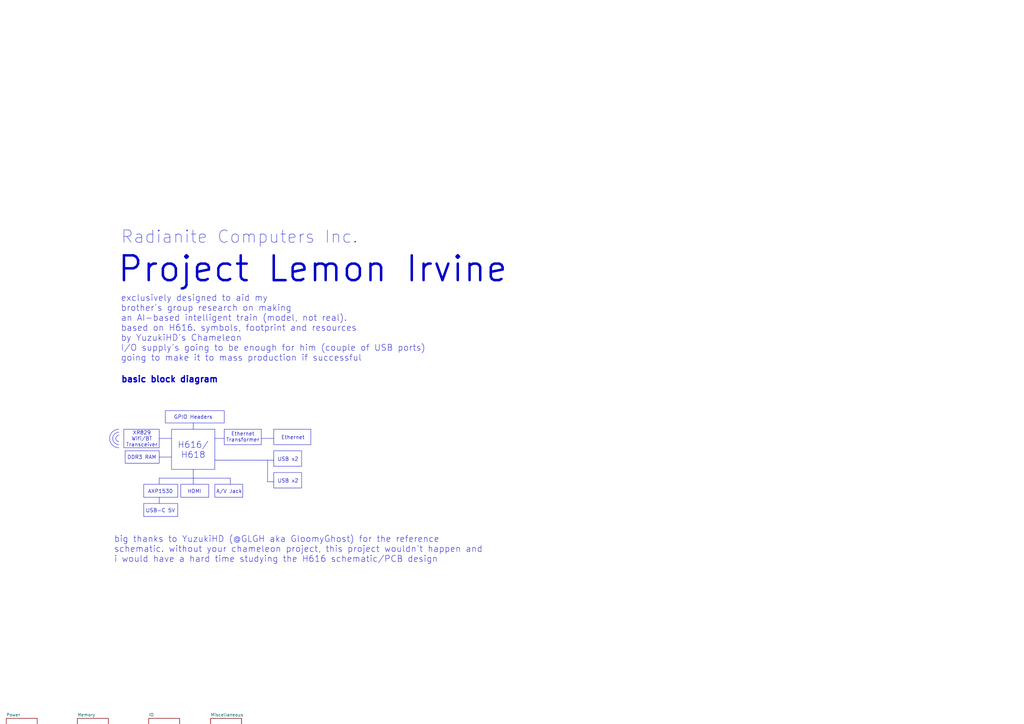
<source format=kicad_sch>
(kicad_sch
	(version 20231120)
	(generator "eeschema")
	(generator_version "8.0")
	(uuid "a0cc354a-60ab-464a-9a28-4a35e48053b0")
	(paper "A3")
	(title_block
		(title "Radianite Computer (Codename: Lemon Irvine)")
		(date "2024-09-20")
		(rev "0.1")
	)
	(lib_symbols)
	(polyline
		(pts
			(xy 88.138 188.722) (xy 91.948 188.722)
		)
		(stroke
			(width 0)
			(type default)
		)
		(uuid "0175a75d-4e60-41bd-bbd5-993175827a70")
	)
	(polyline
		(pts
			(xy 65.278 179.832) (xy 70.358 179.832)
		)
		(stroke
			(width 0)
			(type default)
		)
		(uuid "1e57f549-d206-4c11-86b0-5a5b71d9305f")
	)
	(polyline
		(pts
			(xy 79.2395 196.0969) (xy 94.4795 196.0969)
		)
		(stroke
			(width 0)
			(type default)
		)
		(uuid "25d99286-6839-46be-846c-3aa88e8b06c8")
	)
	(polyline
		(pts
			(xy 107.188 179.832) (xy 112.268 179.832)
		)
		(stroke
			(width 0)
			(type default)
		)
		(uuid "3a95f460-fcb6-48df-85a5-a2b5c907b98a")
	)
	(polyline
		(pts
			(xy 91.948 188.722) (xy 107.188 188.722)
		)
		(stroke
			(width 0)
			(type default)
		)
		(uuid "6bed724f-e97c-47bd-801c-eadc27af3ccf")
	)
	(polyline
		(pts
			(xy 65.278 203.962) (xy 65.278 206.502)
		)
		(stroke
			(width 0)
			(type default)
		)
		(uuid "70d31197-c4db-4092-862e-e6f9ddee4a65")
	)
	(polyline
		(pts
			(xy 94.4795 196.0969) (xy 94.4795 198.6369)
		)
		(stroke
			(width 0)
			(type default)
		)
		(uuid "7f92037d-0fd2-4f06-9825-795db7123b87")
	)
	(polyline
		(pts
			(xy 112.268 197.612) (xy 109.728 197.612)
		)
		(stroke
			(width 0)
			(type default)
		)
		(uuid "902a82a3-b084-471c-98ec-df4b09138e79")
	)
	(polyline
		(pts
			(xy 88.138 179.832) (xy 91.948 179.832)
		)
		(stroke
			(width 0)
			(type default)
		)
		(uuid "a82e665b-fee1-49fa-b97a-4054b1110bdf")
	)
	(polyline
		(pts
			(xy 79.248 192.532) (xy 79.2395 196.0969)
		)
		(stroke
			(width 0)
			(type default)
		)
		(uuid "ab69a360-860f-41de-9d24-0d6c4b95b361")
	)
	(polyline
		(pts
			(xy 109.728 197.612) (xy 109.728 188.722)
		)
		(stroke
			(width 0)
			(type default)
		)
		(uuid "b96c71ae-e187-4941-91ac-060803a0d4a2")
	)
	(polyline
		(pts
			(xy 65.2695 196.0969) (xy 79.2395 196.0969)
		)
		(stroke
			(width 0)
			(type default)
		)
		(uuid "d4fca229-6e92-4efe-9cd0-dcaeaee9d3c7")
	)
	(polyline
		(pts
			(xy 65.2695 198.6369) (xy 65.2695 196.0969)
		)
		(stroke
			(width 0)
			(type default)
		)
		(uuid "e17d0098-aabf-4e03-a809-a28db01f5c6f")
	)
	(polyline
		(pts
			(xy 79.248 173.482) (xy 79.248 176.022)
		)
		(stroke
			(width 0)
			(type default)
		)
		(uuid "e86ef068-84e8-48f7-bebd-79cd860f097c")
	)
	(polyline
		(pts
			(xy 107.188 188.722) (xy 112.268 188.722)
		)
		(stroke
			(width 0)
			(type default)
		)
		(uuid "e8d1db4b-8643-4b70-8409-e7686c16e8a0")
	)
	(polyline
		(pts
			(xy 79.2395 196.0969) (xy 79.2395 198.6369)
		)
		(stroke
			(width 0)
			(type default)
		)
		(uuid "f265457c-3d0f-4c15-92c0-ff7e2f31ee29")
	)
	(polyline
		(pts
			(xy 65.278 187.452) (xy 70.358 187.452)
		)
		(stroke
			(width 0)
			(type default)
		)
		(uuid "f6a26431-6d48-4ff2-824b-c7110e7d277d")
	)
	(rectangle
		(start 88.1295 198.6369)
		(end 99.5595 203.962)
		(stroke
			(width 0)
			(type default)
		)
		(fill
			(type none)
		)
		(uuid 1e370091-5317-4e77-a73c-569c38e65284)
	)
	(arc
		(start 48.768 182.372)
		(mid 46.9719 181.6281)
		(end 46.228 179.832)
		(stroke
			(width 0)
			(type default)
		)
		(fill
			(type none)
		)
		(uuid 205599ec-6204-41a9-8269-facd7d9c6e25)
	)
	(rectangle
		(start 74.1595 198.6369)
		(end 85.5895 203.962)
		(stroke
			(width 0)
			(type default)
		)
		(fill
			(type none)
		)
		(uuid 26833258-de6f-4453-bc92-87fb1ae45718)
	)
	(rectangle
		(start 112.268 184.912)
		(end 123.698 191.262)
		(stroke
			(width 0)
			(type default)
		)
		(fill
			(type none)
		)
		(uuid 28b3035f-545b-4e86-9019-7ac402d9abf4)
	)
	(arc
		(start 47.498 179.832)
		(mid 47.87 178.934)
		(end 48.768 178.562)
		(stroke
			(width 0)
			(type default)
		)
		(fill
			(type none)
		)
		(uuid 309e7151-7ba4-46d2-9f9d-da0b9f8d8b39)
	)
	(rectangle
		(start 112.268 193.802)
		(end 123.698 200.152)
		(stroke
			(width 0)
			(type default)
		)
		(fill
			(type none)
		)
		(uuid 3d9222ec-19be-4958-8033-dce52c8da3a9)
	)
	(arc
		(start 44.958 179.832)
		(mid 46.0739 177.1379)
		(end 48.768 176.022)
		(stroke
			(width 0)
			(type default)
		)
		(fill
			(type none)
		)
		(uuid 4e58db4c-4084-4dd3-999e-863ceee8f09b)
	)
	(rectangle
		(start 70.3495 176.0309)
		(end 88.1295 192.5409)
		(stroke
			(width 0)
			(type default)
		)
		(fill
			(type none)
		)
		(uuid 6193388d-964a-4014-a3e1-026210bdbd2c)
	)
	(rectangle
		(start 91.948 176.022)
		(end 107.188 182.372)
		(stroke
			(width 0)
			(type default)
		)
		(fill
			(type none)
		)
		(uuid 62714b2b-8247-4691-807e-0ab77311f528)
	)
	(rectangle
		(start 50.8 176.022)
		(end 65.278 183.642)
		(stroke
			(width 0)
			(type default)
		)
		(fill
			(type none)
		)
		(uuid 65f2fc8a-4448-4043-b825-b2539d9ce3e7)
	)
	(rectangle
		(start 58.9195 198.6369)
		(end 72.8895 203.962)
		(stroke
			(width 0)
			(type default)
		)
		(fill
			(type none)
		)
		(uuid 661620dd-bc0b-4f19-acc1-944f1b85df5e)
	)
	(rectangle
		(start 67.818 168.402)
		(end 91.948 173.482)
		(stroke
			(width 0)
			(type default)
		)
		(fill
			(type none)
		)
		(uuid 9218cda4-6655-474b-89ef-4d46f16cc075)
	)
	(arc
		(start 46.228 179.832)
		(mid 46.9719 178.0359)
		(end 48.768 177.292)
		(stroke
			(width 0)
			(type default)
		)
		(fill
			(type none)
		)
		(uuid 9a9ac804-4b7f-41b4-9e05-3e567ebc3317)
	)
	(rectangle
		(start 51.308 184.912)
		(end 65.278 189.992)
		(stroke
			(width 0)
			(type default)
		)
		(fill
			(type none)
		)
		(uuid a6805bc5-59e1-41f3-aba7-b09507c2d6c8)
	)
	(arc
		(start 48.768 183.642)
		(mid 46.0739 182.5261)
		(end 44.958 179.832)
		(stroke
			(width 0)
			(type default)
		)
		(fill
			(type none)
		)
		(uuid d25e27b4-9519-4d55-ac69-3322bd5ed084)
	)
	(rectangle
		(start 112.268 176.022)
		(end 127.508 182.372)
		(stroke
			(width 0)
			(type default)
		)
		(fill
			(type none)
		)
		(uuid dc084b85-4759-49f1-bee6-6f2f4ad4834c)
	)
	(arc
		(start 48.768 181.102)
		(mid 47.87 180.73)
		(end 47.498 179.832)
		(stroke
			(width 0)
			(type default)
		)
		(fill
			(type none)
		)
		(uuid dde0cf65-bb2e-4220-9628-0443eaf1ce51)
	)
	(rectangle
		(start 58.928 206.502)
		(end 72.898 211.8271)
		(stroke
			(width 0)
			(type default)
		)
		(fill
			(type none)
		)
		(uuid fdb1997c-2b19-4959-a468-e2c6904a0302)
	)
	(text "Radianite Computers Inc."
		(exclude_from_sim no)
		(at 49.53 97.282 0)
		(effects
			(font
				(size 5.08 5.08)
			)
			(justify left)
		)
		(uuid "05f6518b-808b-42d0-bf41-31696bc93eb7")
	)
	(text "Ethernet"
		(exclude_from_sim no)
		(at 120.142 179.578 0)
		(effects
			(font
				(size 1.524 1.524)
			)
		)
		(uuid "064fca3e-5786-4d13-898d-269167ccae8f")
	)
	(text "USB-C 5V"
		(exclude_from_sim no)
		(at 65.786 209.55 0)
		(effects
			(font
				(size 1.524 1.524)
			)
		)
		(uuid "0de67dab-3fa9-4844-8717-fe19aa60935e")
	)
	(text "USB x2"
		(exclude_from_sim no)
		(at 118.11 188.468 0)
		(effects
			(font
				(size 1.524 1.524)
			)
		)
		(uuid "59748b91-bc89-4f05-a583-691a6befe751")
	)
	(text "A/V Jack"
		(exclude_from_sim no)
		(at 93.98 201.676 0)
		(effects
			(font
				(size 1.524 1.524)
			)
		)
		(uuid "59931691-8754-47c0-b756-cfcc9e04a986")
	)
	(text "big thanks to YuzukiHD (@GLGH aka GloomyGhost) for the reference\nschematic. without your chameleon project, this project wouldn't happen and\ni would have a hard time studying the H616 schematic/PCB design\n"
		(exclude_from_sim no)
		(at 46.736 225.298 0)
		(effects
			(font
				(size 2.54 2.54)
			)
			(justify left)
		)
		(uuid "5b9f95a6-a584-47d0-9c87-36257308c354")
	)
	(text "basic block diagram"
		(exclude_from_sim no)
		(at 49.53 155.702 0)
		(effects
			(font
				(size 2.54 2.54)
				(thickness 0.508)
				(bold yes)
			)
			(justify left)
		)
		(uuid "7daaa6c4-d009-44e5-b0bc-da6aa3876c69")
	)
	(text "HDMI"
		(exclude_from_sim no)
		(at 79.756 201.676 0)
		(effects
			(font
				(size 1.524 1.524)
			)
		)
		(uuid "9e655530-fda5-42b1-8113-96f5f792a7b7")
	)
	(text "Ethernet\nTransformer"
		(exclude_from_sim no)
		(at 99.568 179.324 0)
		(effects
			(font
				(size 1.524 1.524)
			)
		)
		(uuid "a062b115-2fea-4d65-81eb-c6f4fb53668c")
	)
	(text "AXP1530"
		(exclude_from_sim no)
		(at 65.786 201.676 0)
		(effects
			(font
				(size 1.524 1.524)
			)
		)
		(uuid "a55d7ed0-3785-4862-ae97-f74ddc622c13")
	)
	(text "Project Lemon Irvine"
		(exclude_from_sim no)
		(at 47.752 110.49 0)
		(effects
			(font
				(size 10.16 10.16)
				(thickness 1.016)
				(bold yes)
			)
			(justify left)
		)
		(uuid "a772b33a-b1ab-4678-992d-82a230e334be")
	)
	(text "H616/\nH618"
		(exclude_from_sim no)
		(at 79.2395 184.6669 0)
		(effects
			(font
				(size 2.54 2.54)
			)
		)
		(uuid "b142d3a9-1be8-44b4-99b2-060a61699609")
	)
	(text "DDR3 RAM"
		(exclude_from_sim no)
		(at 58.166 187.706 0)
		(effects
			(font
				(size 1.524 1.524)
			)
		)
		(uuid "cb69565a-dc37-4f91-97b1-790fb6c297ea")
	)
	(text "XR829\nWifi/BT\nTransceiver"
		(exclude_from_sim no)
		(at 58.166 180.086 0)
		(effects
			(font
				(size 1.524 1.524)
			)
		)
		(uuid "d614db8e-212e-497e-bb99-196bc2af2fc5")
	)
	(text "GPIO Headers"
		(exclude_from_sim no)
		(at 79.248 171.196 0)
		(effects
			(font
				(size 1.524 1.524)
			)
		)
		(uuid "e2013cd8-6f4f-4352-8920-b19f599d018c")
	)
	(text "exclusively designed to aid my\nbrother's group research on making \nan AI-based intelligent train (model, not real).\nbased on H616. symbols, footprint and resources\nby YuzukiHD's Chameleon\nI/O supply's going to be enough for him (couple of USB ports)\ngoing to make it to mass production if successful"
		(exclude_from_sim no)
		(at 49.53 134.62 0)
		(effects
			(font
				(size 2.54 2.54)
			)
			(justify left)
		)
		(uuid "ee637df2-da23-437d-a12d-39c1577f5275")
	)
	(text "USB x2"
		(exclude_from_sim no)
		(at 118.11 197.358 0)
		(effects
			(font
				(size 1.524 1.524)
			)
		)
		(uuid "f87c5bcd-1136-4867-b667-8c7f3e2de24d")
	)
	(sheet
		(at 60.96 294.64)
		(size 12.7 3.81)
		(fields_autoplaced yes)
		(stroke
			(width 0.1524)
			(type solid)
		)
		(fill
			(color 0 0 0 0.0000)
		)
		(uuid "aad1a9e5-4416-4353-aa32-deb968e0a622")
		(property "Sheetname" "IO"
			(at 60.96 293.9284 0)
			(effects
				(font
					(size 1.27 1.27)
				)
				(justify left bottom)
			)
		)
		(property "Sheetfile" "io.kicad_sch"
			(at 60.96 299.0346 0)
			(effects
				(font
					(size 1.27 1.27)
				)
				(justify left top)
			)
		)
		(instances
			(project "Radianite-ProjectLemonIrvine"
				(path "/a0cc354a-60ab-464a-9a28-4a35e48053b0"
					(page "4")
				)
			)
		)
	)
	(sheet
		(at 31.75 294.64)
		(size 12.7 3.81)
		(fields_autoplaced yes)
		(stroke
			(width 0.1524)
			(type solid)
		)
		(fill
			(color 0 0 0 0.0000)
		)
		(uuid "c3594ab5-3560-48b1-9609-6ea6028d0d19")
		(property "Sheetname" "Memory"
			(at 31.75 293.9284 0)
			(effects
				(font
					(size 1.27 1.27)
				)
				(justify left bottom)
			)
		)
		(property "Sheetfile" "memory.kicad_sch"
			(at 31.75 299.0346 0)
			(effects
				(font
					(size 1.27 1.27)
				)
				(justify left top)
			)
		)
		(instances
			(project "Radianite-ProjectLemonIrvine"
				(path "/a0cc354a-60ab-464a-9a28-4a35e48053b0"
					(page "3")
				)
			)
		)
	)
	(sheet
		(at 2.54 294.64)
		(size 12.7 3.81)
		(fields_autoplaced yes)
		(stroke
			(width 0.1524)
			(type solid)
		)
		(fill
			(color 0 0 0 0.0000)
		)
		(uuid "e0e47b28-1921-4ea0-b7a3-04f194ce0e7b")
		(property "Sheetname" "Power"
			(at 2.54 293.9284 0)
			(effects
				(font
					(size 1.27 1.27)
				)
				(justify left bottom)
			)
		)
		(property "Sheetfile" "power.kicad_sch"
			(at 2.54 299.0346 0)
			(effects
				(font
					(size 1.27 1.27)
				)
				(justify left top)
			)
		)
		(instances
			(project "Radianite-ProjectLemonIrvine"
				(path "/a0cc354a-60ab-464a-9a28-4a35e48053b0"
					(page "2")
				)
			)
		)
	)
	(sheet
		(at 86.36 294.64)
		(size 12.7 3.81)
		(fields_autoplaced yes)
		(stroke
			(width 0.1524)
			(type solid)
		)
		(fill
			(color 0 0 0 0.0000)
		)
		(uuid "fa35912e-4a00-4c56-a460-d8d69080560d")
		(property "Sheetname" "Miscellaneous"
			(at 86.36 293.9284 0)
			(effects
				(font
					(size 1.27 1.27)
				)
				(justify left bottom)
			)
		)
		(property "Sheetfile" "misc.kicad_sch"
			(at 86.36 299.0346 0)
			(effects
				(font
					(size 1.27 1.27)
				)
				(justify left top)
			)
		)
		(instances
			(project "Radianite-ProjectLemonIrvine"
				(path "/a0cc354a-60ab-464a-9a28-4a35e48053b0"
					(page "5")
				)
			)
		)
	)
	(sheet_instances
		(path "/"
			(page "1")
		)
	)
)

</source>
